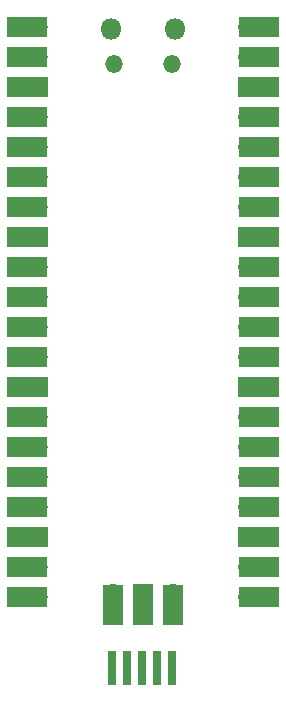
<source format=gts>
G04 #@! TF.GenerationSoftware,KiCad,Pcbnew,7.0.7-7.0.7~ubuntu22.04.1*
G04 #@! TF.CreationDate,2024-01-07T15:40:38+01:00*
G04 #@! TF.ProjectId,pico-dap-swd,7069636f-2d64-4617-902d-7377642e6b69,rev?*
G04 #@! TF.SameCoordinates,Original*
G04 #@! TF.FileFunction,Soldermask,Top*
G04 #@! TF.FilePolarity,Negative*
%FSLAX46Y46*%
G04 Gerber Fmt 4.6, Leading zero omitted, Abs format (unit mm)*
G04 Created by KiCad (PCBNEW 7.0.7-7.0.7~ubuntu22.04.1) date 2024-01-07 15:40:38*
%MOMM*%
%LPD*%
G01*
G04 APERTURE LIST*
%ADD10R,1.700000X3.500000*%
%ADD11O,1.700000X1.700000*%
%ADD12R,1.700000X1.700000*%
%ADD13R,3.500000X1.700000*%
%ADD14O,1.500000X1.500000*%
%ADD15O,1.800000X1.800000*%
%ADD16R,0.750000X3.000000*%
G04 APERTURE END LIST*
D10*
X83150000Y-86210000D03*
D11*
X83150000Y-85310000D03*
D10*
X80610000Y-86210000D03*
D12*
X80610000Y-85310000D03*
D11*
X78070000Y-85310000D03*
D10*
X78070000Y-86210000D03*
D13*
X90400000Y-37280000D03*
D11*
X89500000Y-37280000D03*
X89500000Y-39820000D03*
D13*
X90400000Y-39820000D03*
D12*
X89500000Y-42360000D03*
D13*
X90400000Y-42360000D03*
D11*
X89500000Y-44900000D03*
D13*
X90400000Y-44900000D03*
X90400000Y-47440000D03*
D11*
X89500000Y-47440000D03*
X89500000Y-49980000D03*
D13*
X90400000Y-49980000D03*
D11*
X89500000Y-52520000D03*
D13*
X90400000Y-52520000D03*
D12*
X89500000Y-55060000D03*
D13*
X90400000Y-55060000D03*
X90400000Y-57600000D03*
D11*
X89500000Y-57600000D03*
D13*
X90400000Y-60140000D03*
D11*
X89500000Y-60140000D03*
X89500000Y-62680000D03*
D13*
X90400000Y-62680000D03*
X90400000Y-65220000D03*
D11*
X89500000Y-65220000D03*
D13*
X90400000Y-67760000D03*
D12*
X89500000Y-67760000D03*
D13*
X90400000Y-70300000D03*
D11*
X89500000Y-70300000D03*
X89500000Y-72840000D03*
D13*
X90400000Y-72840000D03*
D11*
X89500000Y-75380000D03*
D13*
X90400000Y-75380000D03*
X90400000Y-77920000D03*
D11*
X89500000Y-77920000D03*
D12*
X89500000Y-80460000D03*
D13*
X90400000Y-80460000D03*
D11*
X89500000Y-83000000D03*
D13*
X90400000Y-83000000D03*
D11*
X89500000Y-85540000D03*
D13*
X90400000Y-85540000D03*
D11*
X71720000Y-85540000D03*
D13*
X70820000Y-85540000D03*
X70820000Y-83000000D03*
D11*
X71720000Y-83000000D03*
D12*
X71720000Y-80460000D03*
D13*
X70820000Y-80460000D03*
D11*
X71720000Y-77920000D03*
D13*
X70820000Y-77920000D03*
D11*
X71720000Y-75380000D03*
D13*
X70820000Y-75380000D03*
X70820000Y-72840000D03*
D11*
X71720000Y-72840000D03*
X71720000Y-70300000D03*
D13*
X70820000Y-70300000D03*
X70820000Y-67760000D03*
D12*
X71720000Y-67760000D03*
D13*
X70820000Y-65220000D03*
D11*
X71720000Y-65220000D03*
X71720000Y-62680000D03*
D13*
X70820000Y-62680000D03*
X70820000Y-60140000D03*
D11*
X71720000Y-60140000D03*
X71720000Y-57600000D03*
D13*
X70820000Y-57600000D03*
X70820000Y-55060000D03*
D12*
X71720000Y-55060000D03*
D11*
X71720000Y-52520000D03*
D13*
X70820000Y-52520000D03*
X70820000Y-49980000D03*
D11*
X71720000Y-49980000D03*
D13*
X70820000Y-47440000D03*
D11*
X71720000Y-47440000D03*
D13*
X70820000Y-44900000D03*
D11*
X71720000Y-44900000D03*
D12*
X71720000Y-42360000D03*
D13*
X70820000Y-42360000D03*
X70820000Y-39820000D03*
D11*
X71720000Y-39820000D03*
D13*
X70820000Y-37280000D03*
D11*
X71720000Y-37280000D03*
D14*
X83035000Y-40440000D03*
X78185000Y-40440000D03*
D15*
X77885000Y-37410000D03*
X83335000Y-37410000D03*
D16*
X83040000Y-91512500D03*
X81770000Y-91512500D03*
X80500000Y-91512500D03*
X79230000Y-91512500D03*
X77960000Y-91512500D03*
M02*

</source>
